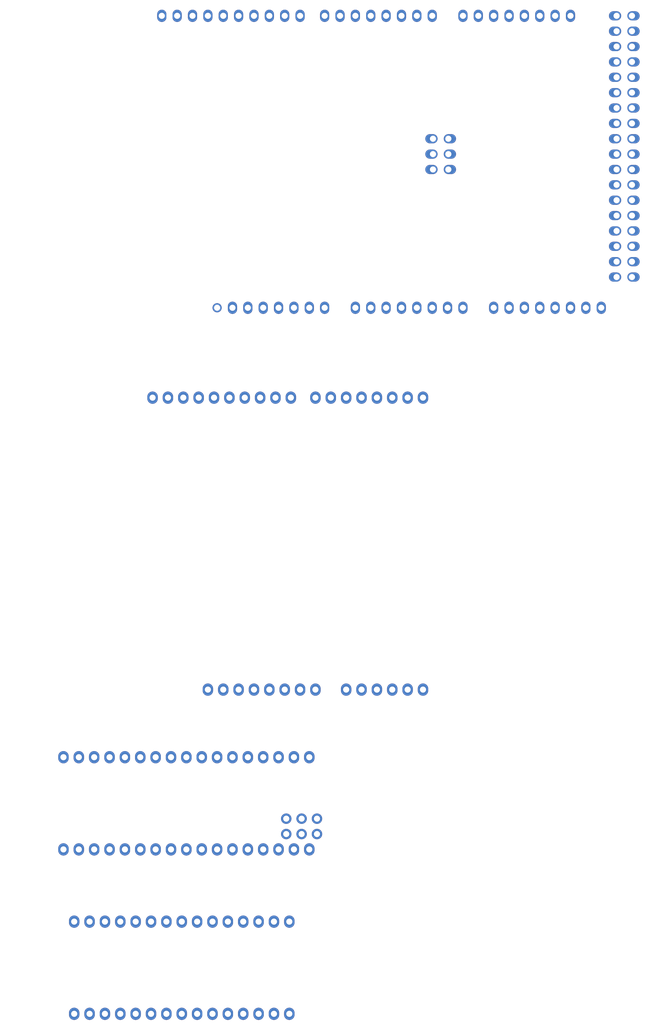
<source format=kicad_pcb>
(kicad_pcb (version 20211014) (generator pcbnew)
  (layers (0 "F.Cu" signal) (31 "B.Cu" signal) (34 "B.Paste" user) (35 "F.Paste" user) (36 "B.SilkS" user "B.Silkscreen") (37 "F.SilkS" user "F.Silkscreen") (38 "B.Mask" user) (39 "F.Mask" user) (44 "Edge.Cuts" user))
  (net 0 "")
  (footprint "myArduino:Arduino_Mega2560-R3" (layer "F.Cu") (at 25.527 70.612)
    (fp_text reference "REF**")
    (fp_text value "Mega2560-R3")
    (pad "" np_thru_hole circle locked (at 27.94 -2.54) (size 1.524 1.524) (drill 1.016) (layers *.Cu *.Mask))
    (pad "0" thru_hole oval locked (at 63.5 -50.8) (size 1.524 2.032) (drill 1.016) (layers *.Cu *.Mask))
    (pad "1" thru_hole oval locked (at 60.96 -50.8) (size 1.524 2.032) (drill 1.016) (layers *.Cu *.Mask))
    (pad "2" thru_hole oval locked (at 58.42 -50.8) (size 1.524 2.032) (drill 1.016) (layers *.Cu *.Mask))
    (pad "3" thru_hole oval locked (at 55.88 -50.8) (size 1.524 2.032) (drill 1.016) (layers *.Cu *.Mask))
    (pad "3V3" thru_hole oval locked (at 35.56 -2.54) (size 1.524 2.032) (drill 1.016) (layers *.Cu *.Mask))
    (pad "4" thru_hole oval locked (at 53.34 -50.8) (size 1.524 2.032) (drill 1.016) (layers *.Cu *.Mask))
    (pad "5" thru_hole oval locked (at 50.8 -50.8) (size 1.524 2.032) (drill 1.016) (layers *.Cu *.Mask))
    (pad "5V" thru_hole oval locked (at 66.167 -30.48 90) (size 1.524 2.032) (drill 1.016 (offset 0 0.254)) (layers *.Cu *.Mask))
    (pad "5V" thru_hole oval locked (at 93.98 -50.8 90) (size 1.524 2.032) (drill 1.016 (offset 0 -0.254)) (layers *.Cu *.Mask))
    (pad "5V" thru_hole oval locked (at 38.1 -2.54) (size 1.524 2.032) (drill 1.016) (layers *.Cu *.Mask))
    (pad "5V" thru_hole oval locked (at 96.52 -50.8 90) (size 1.524 2.032) (drill 1.016 (offset 0 0.254)) (layers *.Cu *.Mask))
    (pad "6" thru_hole oval locked (at 48.26 -50.8) (size 1.524 2.032) (drill 1.016) (layers *.Cu *.Mask))
    (pad "7" thru_hole oval locked (at 45.72 -50.8) (size 1.524 2.032) (drill 1.016) (layers *.Cu *.Mask))
    (pad "8" thru_hole oval locked (at 41.656 -50.8) (size 1.524 2.032) (drill 1.016) (layers *.Cu *.Mask))
    (pad "9" thru_hole oval locked (at 39.116 -50.8) (size 1.524 2.032) (drill 1.016) (layers *.Cu *.Mask))
    (pad "10" thru_hole oval locked (at 36.576 -50.8) (size 1.524 2.032) (drill 1.016) (layers *.Cu *.Mask))
    (pad "11" thru_hole oval locked (at 34.036 -50.8) (size 1.524 2.032) (drill 1.016) (layers *.Cu *.Mask))
    (pad "12" thru_hole oval locked (at 31.496 -50.8) (size 1.524 2.032) (drill 1.016) (layers *.Cu *.Mask))
    (pad "13" thru_hole oval locked (at 28.956 -50.8) (size 1.524 2.032) (drill 1.016) (layers *.Cu *.Mask))
    (pad "14" thru_hole oval locked (at 68.58 -50.8) (size 1.524 2.032) (drill 1.016) (layers *.Cu *.Mask))
    (pad "15" thru_hole oval locked (at 71.12 -50.8) (size 1.524 2.032) (drill 1.016) (layers *.Cu *.Mask))
    (pad "16" thru_hole oval locked (at 73.66 -50.8) (size 1.524 2.032) (drill 1.016) (layers *.Cu *.Mask))
    (pad "17" thru_hole oval locked (at 76.2 -50.8) (size 1.524 2.032) (drill 1.016) (layers *.Cu *.Mask))
    (pad "18" thru_hole oval locked (at 78.74 -50.8) (size 1.524 2.032) (drill 1.016) (layers *.Cu *.Mask))
    (pad "19" thru_hole oval locked (at 81.28 -50.8) (size 1.524 2.032) (drill 1.016) (layers *.Cu *.Mask))
    (pad "20" thru_hole oval locked (at 83.82 -50.8) (size 1.524 2.032) (drill 1.016) (layers *.Cu *.Mask))
    (pad "21" thru_hole oval locked (at 86.36 -50.8) (size 1.524 2.032) (drill 1.016) (layers *.Cu *.Mask))
    (pad "22" thru_hole oval locked (at 93.98 -48.26 90) (size 1.524 2.032) (drill 1.016 (offset 0 -0.254)) (layers *.Cu *.Mask))
    (pad "23" thru_hole oval locked (at 96.52 -48.26 90) (size 1.524 2.032) (drill 1.016 (offset 0 0.254)) (layers *.Cu *.Mask))
    (pad "24" thru_hole oval locked (at 93.98 -45.72 90) (size 1.524 2.032) (drill 1.016 (offset 0 -0.254)) (layers *.Cu *.Mask))
    (pad "25" thru_hole oval locked (at 96.52 -45.72 90) (size 1.524 2.032) (drill 1.016 (offset 0 0.254)) (layers *.Cu *.Mask))
    (pad "26" thru_hole oval locked (at 93.98 -43.18 90) (size 1.524 2.032) (drill 1.016 (offset 0 -0.254)) (layers *.Cu *.Mask))
    (pad "27" thru_hole oval locked (at 96.52 -43.18 90) (size 1.524 2.032) (drill 1.016 (offset 0 0.254)) (layers *.Cu *.Mask))
    (pad "28" thru_hole oval locked (at 93.98 -40.64 90) (size 1.524 2.032) (drill 1.016 (offset 0 -0.254)) (layers *.Cu *.Mask))
    (pad "29" thru_hole oval locked (at 96.52 -40.64 90) (size 1.524 2.032) (drill 1.016 (offset 0 0.254)) (layers *.Cu *.Mask))
    (pad "30" thru_hole oval locked (at 93.98 -38.1 90) (size 1.524 2.032) (drill 1.016 (offset 0 -0.254)) (layers *.Cu *.Mask))
    (pad "31" thru_hole oval locked (at 96.52 -38.1 90) (size 1.524 2.032) (drill 1.016 (offset 0 0.254)) (layers *.Cu *.Mask))
    (pad "32" thru_hole oval locked (at 93.98 -35.56 90) (size 1.524 2.032) (drill 1.016 (offset 0 -0.254)) (layers *.Cu *.Mask))
    (pad "33" thru_hole oval locked (at 96.52 -35.56 90) (size 1.524 2.032) (drill 1.016 (offset 0 0.254)) (layers *.Cu *.Mask))
    (pad "34" thru_hole oval locked (at 93.98 -33.02 90) (size 1.524 2.032) (drill 1.016 (offset 0 -0.254)) (layers *.Cu *.Mask))
    (pad "35" thru_hole oval locked (at 96.52 -33.02 90) (size 1.524 2.032) (drill 1.016 (offset 0 0.254)) (layers *.Cu *.Mask))
    (pad "36" thru_hole oval locked (at 93.98 -30.48 90) (size 1.524 2.032) (drill 1.016 (offset 0 -0.254)) (layers *.Cu *.Mask))
    (pad "37" thru_hole oval locked (at 96.52 -30.48 90) (size 1.524 2.032) (drill 1.016 (offset 0 0.254)) (layers *.Cu *.Mask))
    (pad "38" thru_hole oval locked (at 93.98 -27.94 90) (size 1.524 2.032) (drill 1.016 (offset 0 -0.254)) (layers *.Cu *.Mask))
    (pad "39" thru_hole oval locked (at 96.52 -27.94 90) (size 1.524 2.032) (drill 1.016 (offset 0 0.254)) (layers *.Cu *.Mask))
    (pad "40" thru_hole oval locked (at 93.98 -25.4 90) (size 1.524 2.032) (drill 1.016 (offset 0 -0.254)) (layers *.Cu *.Mask))
    (pad "41" thru_hole oval locked (at 96.52 -25.4 90) (size 1.524 2.032) (drill 1.016 (offset 0 0.254)) (layers *.Cu *.Mask))
    (pad "42" thru_hole oval locked (at 93.98 -22.86 90) (size 1.524 2.032) (drill 1.016 (offset 0 -0.254)) (layers *.Cu *.Mask))
    (pad "43" thru_hole oval locked (at 96.52 -22.86 90) (size 1.524 2.032) (drill 1.016 (offset 0 0.254)) (layers *.Cu *.Mask))
    (pad "44" thru_hole oval locked (at 93.98 -20.32 90) (size 1.524 2.032) (drill 1.016 (offset 0 -0.254)) (layers *.Cu *.Mask))
    (pad "45" thru_hole oval locked (at 96.52 -20.32 90) (size 1.524 2.032) (drill 1.016 (offset 0 0.254)) (layers *.Cu *.Mask))
    (pad "46" thru_hole oval locked (at 93.98 -17.78 90) (size 1.524 2.032) (drill 1.016 (offset 0 -0.254)) (layers *.Cu *.Mask))
    (pad "47" thru_hole oval locked (at 96.52 -17.78 90) (size 1.524 2.032) (drill 1.016 (offset 0 0.254)) (layers *.Cu *.Mask))
    (pad "48" thru_hole oval locked (at 93.98 -15.24 90) (size 1.524 2.032) (drill 1.016 (offset 0 -0.254)) (layers *.Cu *.Mask))
    (pad "49" thru_hole oval locked (at 96.52 -15.24 90) (size 1.524 2.032) (drill 1.016 (offset 0 0.254)) (layers *.Cu *.Mask))
    (pad "50" thru_hole oval locked (at 63.627 -30.48 90) (size 1.524 2.032) (drill 1.016 (offset 0 -0.254)) (layers *.Cu *.Mask))
    (pad "50" thru_hole oval locked (at 93.98 -12.7 90) (size 1.524 2.032) (drill 1.016 (offset 0 -0.254)) (layers *.Cu *.Mask))
    (pad "51" thru_hole oval locked (at 96.52 -12.7 90) (size 1.524 2.032) (drill 1.016 (offset 0 0.254)) (layers *.Cu *.Mask))
    (pad "51" thru_hole oval locked (at 66.167 -27.94 90) (size 1.524 2.032) (drill 1.016 (offset 0 0.254)) (layers *.Cu *.Mask))
    (pad "52" thru_hole oval locked (at 63.627 -27.94 90) (size 1.524 2.032) (drill 1.016 (offset 0 -0.254)) (layers *.Cu *.Mask))
    (pad "52" thru_hole oval locked (at 93.98 -10.16 90) (size 1.524 2.032) (drill 1.016 (offset 0 -0.254)) (layers *.Cu *.Mask))
    (pad "53" thru_hole oval locked (at 96.52 -10.16 90) (size 1.524 2.032) (drill 1.016 (offset 0 0.254)) (layers *.Cu *.Mask))
    (pad "A0" thru_hole oval locked (at 50.8 -2.54) (size 1.524 2.032) (drill 1.016) (layers *.Cu *.Mask))
    (pad "A1" thru_hole oval locked (at 53.34 -2.54) (size 1.524 2.032) (drill 1.016) (layers *.Cu *.Mask))
    (pad "A2" thru_hole oval locked (at 55.88 -2.54) (size 1.524 2.032) (drill 1.016) (layers *.Cu *.Mask))
    (pad "A3" thru_hole oval locked (at 58.42 -2.54) (size 1.524 2.032) (drill 1.016) (layers *.Cu *.Mask))
    (pad "A4" thru_hole oval locked (at 60.96 -2.54) (size 1.524 2.032) (drill 1.016) (layers *.Cu *.Mask))
    (pad "A5" thru_hole oval locked (at 63.5 -2.54) (size 1.524 2.032) (drill 1.016) (layers *.Cu *.Mask))
    (pad "A6" thru_hole oval locked (at 66.04 -2.54) (size 1.524 2.032) (drill 1.016) (layers *.Cu *.Mask))
    (pad "A7" thru_hole oval locked (at 68.58 -2.54) (size 1.524 2.032) (drill 1.016) (layers *.Cu *.Mask))
    (pad "A8" thru_hole oval locked (at 73.66 -2.54) (size 1.524 2.032) (drill 1.016) (layers *.Cu *.Mask))
    (pad "A9" thru_hole oval locked (at 76.2 -2.54) (size 1.524 2.032) (drill 1.016) (layers *.Cu *.Mask))
    (pad "A10" thru_hole oval locked (at 78.74 -2.54) (size 1.524 2.032) (drill 1.016) (layers *.Cu *.Mask))
    (pad "A11" thru_hole oval locked (at 81.28 -2.54) (size 1.524 2.032) (drill 1.016) (layers *.Cu *.Mask))
    (pad "A12" thru_hole oval locked (at 83.82 -2.54) (size 1.524 2.032) (drill 1.016) (layers *.Cu *.Mask))
    (pad "A13" thru_hole oval locked (at 86.36 -2.54) (size 1.524 2.032) (drill 1.016) (layers *.Cu *.Mask))
    (pad "A14" thru_hole oval locked (at 88.9 -2.54) (size 1.524 2.032) (drill 1.016) (layers *.Cu *.Mask))
    (pad "A15" thru_hole oval locked (at 91.44 -2.54) (size 1.524 2.032) (drill 1.016) (layers *.Cu *.Mask))
    (pad "AREF" thru_hole oval locked (at 23.876 -50.8) (size 1.524 2.032) (drill 1.016) (layers *.Cu *.Mask))
    (pad "GND" thru_hole oval locked (at 96.52 -7.62 90) (size 1.524 2.032) (drill 1.016 (offset 0 0.254)) (layers *.Cu *.Mask))
    (pad "GND" thru_hole oval locked (at 93.98 -7.62 90) (size 1.524 2.032) (drill 1.016 (offset 0 -0.254)) (layers *.Cu *.Mask))
    (pad "GND" thru_hole oval locked (at 66.167 -25.4 90) (size 1.524 2.032) (drill 1.016 (offset 0 0.254)) (layers *.Cu *.Mask))
    (pad "GND" thru_hole oval locked (at 26.416 -50.8) (size 1.524 2.032) (drill 1.016) (layers *.Cu *.Mask))
    (pad "GND" thru_hole oval locked (at 43.18 -2.54) (size 1.524 2.032) (drill 1.016) (layers *.Cu *.Mask))
    (pad "GND" thru_hole oval locked (at 40.64 -2.54) (size 1.524 2.032) (drill 1.016) (layers *.Cu *.Mask))
    (pad "IOR" thru_hole oval locked (at 30.48 -2.54) (size 1.524 2.032) (drill 1.016) (layers *.Cu *.Mask))
    (pad "RST" thru_hole oval locked (at 63.627 -25.4 270) (size 1.524 2.032) (drill 1.016 (offset 0 0.254)) (layers *.Cu *.Mask))
    (pad "RST" thru_hole oval locked (at 33.02 -2.54 180) (size 1.524 2.032) (drill 1.016) (layers *.Cu *.Mask))
    (pad "SCL1" thru_hole oval locked (at 18.796 -50.8) (size 1.524 2.032) (drill 1.016) (layers *.Cu *.Mask))
    (pad "SDA1" thru_hole oval locked (at 21.336 -50.8) (size 1.524 2.032) (drill 1.016) (layers *.Cu *.Mask))
    (pad "VIN" thru_hole oval locked (at 45.72 -2.54) (size 1.524 2.032) (drill 1.016) (layers *.Cu *.Mask))
  )
  (footprint "myArduino:Arduino_Micro" (layer "F.Cu") (at 25.527 149.987 -90)
    (fp_text reference "REF**")
    (fp_text value "Arduino_Micro")
    (pad "0" thru_hole oval locked (at -7.62 -35.56) (size 1.7272 2.032) (drill 1.016) (layers *.Cu *.Mask))
    (pad "1" thru_hole oval locked (at -7.62 -38.1) (size 1.7272 2.032) (drill 1.016) (layers *.Cu *.Mask))
    (pad "2" thru_hole oval locked (at -7.62 -27.94) (size 1.7272 2.032) (drill 1.016) (layers *.Cu *.Mask))
    (pad "3" thru_hole oval locked (at -7.62 -25.4) (size 1.7272 2.032) (drill 1.016) (layers *.Cu *.Mask))
    (pad "3v" thru_hole oval locked (at 7.62 -5.08) (size 1.7272 2.032) (drill 1.016) (layers *.Cu *.Mask))
    (pad "4" thru_hole oval locked (at -7.62 -22.86) (size 1.7272 2.032) (drill 1.016) (layers *.Cu *.Mask))
    (pad "5" thru_hole oval locked (at -7.62 -20.32) (size 1.7272 2.032) (drill 1.016) (layers *.Cu *.Mask))
    (pad "5v" thru_hole oval locked (at 7.62 -30.48) (size 1.7272 2.032) (drill 1.016) (layers *.Cu *.Mask))
    (pad "5v" thru_hole circle locked (at 2.54 -39.37 270) (size 1.7272 1.7272) (drill 1.016) (layers *.Cu *.Mask))
    (pad "6" thru_hole oval locked (at -7.62 -17.78) (size 1.7272 2.032) (drill 1.016) (layers *.Cu *.Mask))
    (pad "7" thru_hole oval locked (at -7.62 -15.24) (size 1.7272 2.032) (drill 1.016) (layers *.Cu *.Mask))
    (pad "8" thru_hole oval locked (at -7.62 -12.7) (size 1.7272 2.032) (drill 1.016) (layers *.Cu *.Mask))
    (pad "9" thru_hole oval locked (at -7.62 -10.16) (size 1.7272 2.032) (drill 1.016) (layers *.Cu *.Mask))
    (pad "10" thru_hole oval locked (at -7.62 -7.62) (size 1.7272 2.032) (drill 1.016) (layers *.Cu *.Mask))
    (pad "11" thru_hole oval locked (at -7.62 -5.08) (size 1.7272 2.032) (drill 1.016) (layers *.Cu *.Mask))
    (pad "12" thru_hole oval locked (at -7.62 -2.54) (size 1.7272 2.032) (drill 1.016) (layers *.Cu *.Mask))
    (pad "13" thru_hole oval locked (at 7.62 -2.54) (size 1.7272 2.032) (drill 1.016) (layers *.Cu *.Mask))
    (pad "A0" thru_hole oval locked (at 7.62 -10.16) (size 1.7272 2.032) (drill 1.016) (layers *.Cu *.Mask))
    (pad "A1" thru_hole oval locked (at 7.62 -12.7) (size 1.7272 2.032) (drill 1.016) (layers *.Cu *.Mask))
    (pad "A2" thru_hole oval locked (at 7.62 -15.24) (size 1.7272 2.032) (drill 1.016) (layers *.Cu *.Mask))
    (pad "A3" thru_hole oval locked (at 7.62 -17.78) (size 1.7272 2.032) (drill 1.016) (layers *.Cu *.Mask))
    (pad "A4" thru_hole oval locked (at 7.62 -20.32) (size 1.7272 2.032) (drill 1.016) (layers *.Cu *.Mask))
    (pad "A5" thru_hole oval locked (at 7.62 -22.86) (size 1.7272 2.032) (drill 1.016) (layers *.Cu *.Mask))
    (pad "Aref" thru_hole oval locked (at 7.62 -7.62) (size 1.7272 2.032) (drill 1.016) (layers *.Cu *.Mask))
    (pad "GND" thru_hole oval locked (at -7.62 -30.48) (size 1.7272 2.032) (drill 1.016) (layers *.Cu *.Mask))
    (pad "GND" thru_hole circle locked (at 2.54 -44.45 270) (size 1.7272 1.7272) (drill 1.016) (layers *.Cu *.Mask))
    (pad "GND" thru_hole oval locked (at 7.62 -35.56) (size 1.7272 2.032) (drill 1.016) (layers *.Cu *.Mask))
    (pad "MISO" thru_hole oval locked (at 7.62 -40.64) (size 1.7272 2.032) (drill 1.016) (layers *.Cu *.Mask))
    (pad "MISO" thru_hole circle locked (at 5.08 -39.37 270) (size 1.7272 1.7272) (drill 1.016) (layers *.Cu *.Mask))
    (pad "MOSI" thru_hole circle locked (at 2.54 -41.91 270) (size 1.7272 1.7272) (drill 1.016) (layers *.Cu *.Mask))
    (pad "MOSI" thru_hole oval locked (at -7.62 -43.18) (size 1.7272 2.032) (drill 1.016) (layers *.Cu *.Mask))
    (pad "NC" thru_hole oval locked (at 7.62 -25.4) (size 1.7272 2.032) (drill 1.016) (layers *.Cu *.Mask))
    (pad "NC" thru_hole oval locked (at 7.62 -27.94) (size 1.7272 2.032) (drill 1.016) (layers *.Cu *.Mask))
    (pad "RST" thru_hole oval locked (at -7.62 -33.02) (size 1.7272 2.032) (drill 1.016) (layers *.Cu *.Mask))
    (pad "RST" thru_hole circle locked (at 5.08 -44.45 270) (size 1.7272 1.7272) (drill 1.016) (layers *.Cu *.Mask))
    (pad "RST" thru_hole oval locked (at 7.62 -33.02) (size 1.7272 2.032) (drill 1.016) (layers *.Cu *.Mask))
    (pad "SCK" thru_hole oval locked (at 7.62 -43.18) (size 1.7272 2.032) (drill 1.016) (layers *.Cu *.Mask))
    (pad "SCK" thru_hole circle locked (at 5.08 -41.91 270) (size 1.7272 1.7272) (drill 1.016) (layers *.Cu *.Mask))
    (pad "SS" thru_hole oval locked (at -7.62 -40.64) (size 1.7272 2.032) (drill 1.016) (layers *.Cu *.Mask))
    (pad "Vin" thru_hole oval locked (at 7.62 -38.1) (size 1.7272 2.032) (drill 1.016) (layers *.Cu *.Mask))
  )
  (footprint "myArduino:ARDUINO_NANO" (layer "F.Cu") (at 50.673 177.038 -90)
    (fp_text reference "A2" hide)
    (fp_text value "Arduino_Nano_v2.x")
    (pad "1" thru_hole oval locked (at -7.493 -14.732 270) (size 2.032 1.7272) (drill 1.016) (layers *.Cu *.Mask))
    (pad "2" thru_hole oval locked (at -7.493 -12.192 270) (size 2.032 1.7272) (drill 1.016) (layers *.Cu *.Mask))
    (pad "3" thru_hole oval locked (at -7.493 -9.652 270) (size 2.032 1.7272) (drill 1.016) (layers *.Cu *.Mask))
    (pad "4" thru_hole oval locked (at -7.493 -7.112 270) (size 2.032 1.7272) (drill 1.016) (layers *.Cu *.Mask))
    (pad "5" thru_hole oval locked (at -7.493 -4.572 270) (size 2.032 1.7272) (drill 1.016) (layers *.Cu *.Mask))
    (pad "6" thru_hole oval locked (at -7.493 -2.032 270) (size 2.032 1.7272) (drill 1.016) (layers *.Cu *.Mask))
    (pad "7" thru_hole oval locked (at -7.493 0.508 270) (size 2.032 1.7272) (drill 1.016) (layers *.Cu *.Mask))
    (pad "8" thru_hole oval locked (at -7.493 3.048 270) (size 2.032 1.7272) (drill 1.016) (layers *.Cu *.Mask))
    (pad "9" thru_hole oval locked (at -7.493 5.588 270) (size 2.032 1.7272) (drill 1.016) (layers *.Cu *.Mask))
    (pad "10" thru_hole oval locked (at -7.493 8.128 270) (size 2.032 1.7272) (drill 1.016) (layers *.Cu *.Mask))
    (pad "11" thru_hole oval locked (at -7.493 10.668 270) (size 2.032 1.7272) (drill 1.016) (layers *.Cu *.Mask))
    (pad "12" thru_hole oval locked (at -7.493 13.208 270) (size 2.032 1.7272) (drill 1.016) (layers *.Cu *.Mask))
    (pad "13" thru_hole oval locked (at -7.493 15.748 270) (size 2.032 1.7272) (drill 1.016) (layers *.Cu *.Mask))
    (pad "14" thru_hole oval locked (at -7.493 18.288 270) (size 2.032 1.7272) (drill 1.016) (layers *.Cu *.Mask))
    (pad "15" thru_hole oval locked (at -7.493 20.828 270) (size 2.032 1.7272) (drill 1.016) (layers *.Cu *.Mask))
    (pad "16" thru_hole oval locked (at 7.747 20.828 270) (size 2.032 1.7272) (drill 1.016) (layers *.Cu *.Mask))
    (pad "17" thru_hole oval locked (at 7.747 18.288 270) (size 2.032 1.7272) (drill 1.016) (layers *.Cu *.Mask))
    (pad "18" thru_hole oval locked (at 7.747 15.748 270) (size 2.032 1.7272) (drill 1.016) (layers *.Cu *.Mask))
    (pad "19" thru_hole oval locked (at 7.747 13.208 270) (size 2.032 1.7272) (drill 1.016) (layers *.Cu *.Mask))
    (pad "20" thru_hole oval locked (at 7.747 10.668 270) (size 2.032 1.7272) (drill 1.016) (layers *.Cu *.Mask))
    (pad "21" thru_hole oval locked (at 7.747 8.128 270) (size 2.032 1.7272) (drill 1.016) (layers *.Cu *.Mask))
    (pad "22" thru_hole oval locked (at 7.747 5.588 270) (size 2.032 1.7272) (drill 1.016) (layers *.Cu *.Mask))
    (pad "23" thru_hole oval locked (at 7.747 3.048 270) (size 2.032 1.7272) (drill 1.016) (layers *.Cu *.Mask))
    (pad "24" thru_hole oval locked (at 7.747 0.508 270) (size 2.032 1.7272) (drill 1.016) (layers *.Cu *.Mask))
    (pad "25" thru_hole oval locked (at 7.747 -2.032 270) (size 2.032 1.7272) (drill 1.016) (layers *.Cu *.Mask))
    (pad "26" thru_hole oval locked (at 7.747 -4.572 270) (size 2.032 1.7272) (drill 1.016) (layers *.Cu *.Mask))
    (pad "27" thru_hole oval locked (at 7.747 -7.112 270) (size 2.032 1.7272) (drill 1.016) (layers *.Cu *.Mask))
    (pad "28" thru_hole oval locked (at 7.747 -9.652 270) (size 2.032 1.7272) (drill 1.016) (layers *.Cu *.Mask))
    (pad "29" thru_hole oval locked (at 7.747 -12.192 270) (size 2.032 1.7272) (drill 1.016) (layers *.Cu *.Mask))
    (pad "30" thru_hole oval locked (at 7.747 -14.732 270) (size 2.032 1.7272) (drill 1.016) (layers *.Cu *.Mask))
  )
  (footprint "myArduino:Arduino_Uno" (layer "F.Cu") (at 24.003 133.731)
    (fp_text reference "A1")
    (fp_text value "Uno")
    (pad "0" thru_hole oval locked (at 63.5 -50.8 180) (size 1.7272 2.032) (drill 1.016) (layers *.Cu *.Mask))
    (pad "1" thru_hole oval locked (at 60.96 -50.8 180) (size 1.7272 2.032) (drill 1.016) (layers *.Cu *.Mask))
    (pad "2" thru_hole oval locked (at 58.42 -50.8 180) (size 1.7272 2.032) (drill 1.016) (layers *.Cu *.Mask))
    (pad "3" thru_hole oval locked (at 55.88 -50.8 180) (size 1.7272 2.032) (drill 1.016) (layers *.Cu *.Mask))
    (pad "3v3" thru_hole oval locked (at 35.56 -2.54 180) (size 1.7272 2.032) (drill 1.016) (layers *.Cu *.Mask))
    (pad "4" thru_hole oval locked (at 53.34 -50.8 180) (size 1.7272 2.032) (drill 1.016) (layers *.Cu *.Mask))
    (pad "5" thru_hole oval locked (at 50.8 -50.8 180) (size 1.7272 2.032) (drill 1.016) (layers *.Cu *.Mask))
    (pad "5v" thru_hole oval locked (at 38.1 -2.54 180) (size 1.7272 2.032) (drill 1.016) (layers *.Cu *.Mask))
    (pad "6" thru_hole oval locked (at 48.26 -50.8 180) (size 1.7272 2.032) (drill 1.016) (layers *.Cu *.Mask))
    (pad "7" thru_hole oval locked (at 45.72 -50.8 180) (size 1.7272 2.032) (drill 1.016) (layers *.Cu *.Mask))
    (pad "8" thru_hole oval locked (at 41.656 -50.8 180) (size 1.7272 2.032) (drill 1.016) (layers *.Cu *.Mask))
    (pad "9" thru_hole oval locked (at 39.116 -50.8 180) (size 1.7272 2.032) (drill 1.016) (layers *.Cu *.Mask))
    (pad "10" thru_hole oval locked (at 36.576 -50.8 180) (size 1.7272 2.032) (drill 1.016) (layers *.Cu *.Mask))
    (pad "11" thru_hole oval locked (at 34.036 -50.8 180) (size 1.7272 2.032) (drill 1.016) (layers *.Cu *.Mask))
    (pad "12" thru_hole oval locked (at 31.496 -50.8 180) (size 1.7272 2.032) (drill 1.016) (layers *.Cu *.Mask))
    (pad "13" thru_hole oval locked (at 28.956 -50.8 180) (size 1.7272 2.032) (drill 1.016) (layers *.Cu *.Mask))
    (pad "A0" thru_hole oval locked (at 50.8 -2.54 180) (size 1.7272 2.032) (drill 1.016) (layers *.Cu *.Mask))
    (pad "A1" thru_hole oval locked (at 53.34 -2.54 180) (size 1.7272 2.032) (drill 1.016) (layers *.Cu *.Mask))
    (pad "A2" thru_hole oval locked (at 55.88 -2.54 180) (size 1.7272 2.032) (drill 1.016) (layers *.Cu *.Mask))
    (pad "A3" thru_hole oval locked (at 58.42 -2.54 180) (size 1.7272 2.032) (drill 1.016) (layers *.Cu *.Mask))
    (pad "A4" thru_hole oval locked (at 18.796 -50.8 180) (size 1.7272 2.032) (drill 1.016) (layers *.Cu *.Mask))
    (pad "A4" thru_hole oval locked (at 60.96 -2.54 180) (size 1.7272 2.032) (drill 1.016) (layers *.Cu *.Mask))
    (pad "A5" thru_hole oval locked (at 63.5 -2.54 180) (size 1.7272 2.032) (drill 1.016) (layers *.Cu *.Mask))
    (pad "A5" thru_hole oval locked (at 21.336 -50.8 180) (size 1.7272 2.032) (drill 1.016) (layers *.Cu *.Mask))
    (pad "Aref" thru_hole oval locked (at 23.876 -50.8 180) (size 1.7272 2.032) (drill 1.016) (layers *.Cu *.Mask))
    (pad "GND" thru_hole oval locked (at 40.64 -2.54 180) (size 1.7272 2.032) (drill 1.016) (layers *.Cu *.Mask))
    (pad "GND" thru_hole oval locked (at 43.18 -2.54 180) (size 1.7272 2.032) (drill 1.016) (layers *.Cu *.Mask))
    (pad "GND" thru_hole oval locked (at 26.416 -50.8 180) (size 1.7272 2.032) (drill 1.016) (layers *.Cu *.Mask))
    (pad "Iref" thru_hole oval locked (at 30.48 -2.54 180) (size 1.7272 2.032) (drill 1.016) (layers *.Cu *.Mask))
    (pad "RST" thru_hole oval locked (at 33.02 -2.54 180) (size 1.7272 2.032) (drill 1.016) (layers *.Cu *.Mask))
    (pad "Vin" thru_hole oval locked (at 45.72 -2.54 180) (size 1.7272 2.032) (drill 1.016) (layers *.Cu *.Mask))
    (pad "~" thru_hole oval locked (at 27.94 -2.54 180) (size 1.7272 2.032) (drill 1.016) (layers *.Cu *.Mask))
  )
)
</source>
